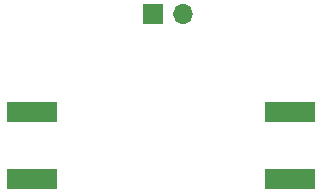
<source format=gbr>
%TF.GenerationSoftware,KiCad,Pcbnew,(5.1.9)-1*%
%TF.CreationDate,2021-03-17T20:36:52-04:00*%
%TF.ProjectId,VVA_Macom,5656415f-4d61-4636-9f6d-2e6b69636164,rev?*%
%TF.SameCoordinates,Original*%
%TF.FileFunction,Soldermask,Bot*%
%TF.FilePolarity,Negative*%
%FSLAX46Y46*%
G04 Gerber Fmt 4.6, Leading zero omitted, Abs format (unit mm)*
G04 Created by KiCad (PCBNEW (5.1.9)-1) date 2021-03-17 20:36:52*
%MOMM*%
%LPD*%
G01*
G04 APERTURE LIST*
%ADD10R,4.200000X1.750000*%
%ADD11O,1.700000X1.700000*%
%ADD12R,1.700000X1.700000*%
G04 APERTURE END LIST*
D10*
%TO.C,Jout1*%
X155425800Y-80817200D03*
X155425800Y-86467200D03*
%TD*%
%TO.C,JIn1*%
X133600800Y-86467200D03*
X133600800Y-80817200D03*
%TD*%
D11*
%TO.C,JPower1*%
X146329400Y-72517000D03*
D12*
X143789400Y-72517000D03*
%TD*%
M02*

</source>
